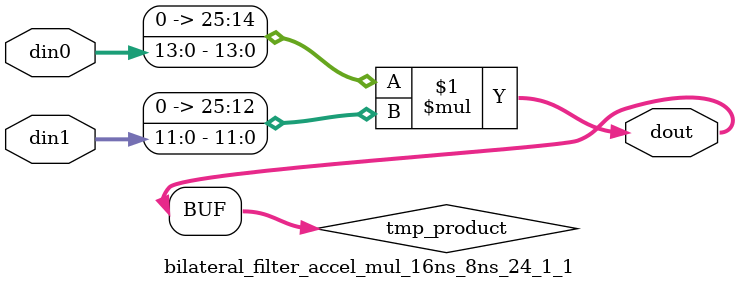
<source format=v>

`timescale 1 ns / 1 ps

  module bilateral_filter_accel_mul_16ns_8ns_24_1_1(din0, din1, dout);
parameter ID = 1;
parameter NUM_STAGE = 0;
parameter din0_WIDTH = 14;
parameter din1_WIDTH = 12;
parameter dout_WIDTH = 26;

input [din0_WIDTH - 1 : 0] din0; 
input [din1_WIDTH - 1 : 0] din1; 
output [dout_WIDTH - 1 : 0] dout;

wire signed [dout_WIDTH - 1 : 0] tmp_product;










assign tmp_product = $signed({1'b0, din0}) * $signed({1'b0, din1});











assign dout = tmp_product;







endmodule

</source>
